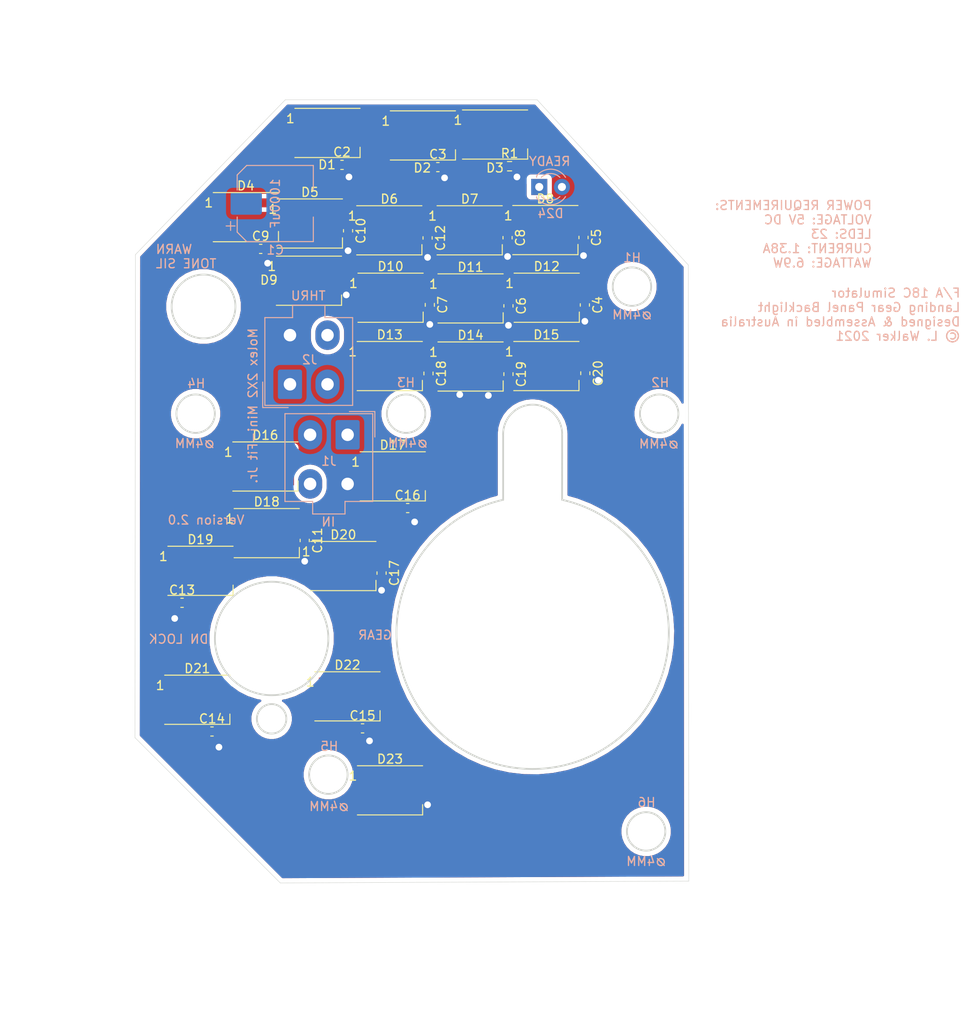
<source format=kicad_pcb>
(kicad_pcb (version 20171130) (host pcbnew "(5.1.6)-1")
  (layers (0 F.Cu signal) (31 B.Cu signal) (34 B.Paste user hide) (35 F.Paste user hide) (36 B.SilkS user) (37 F.SilkS user hide) (38 B.Mask user hide) (39 F.Mask user hide) (44 Edge.Cuts user))
  (net 0 "")
  (net 1 "Net-(D1-Pad2)")
  (net 2 "Net-(D2-Pad2)")
  (net 3 "Net-(D3-Pad2)")
  (net 4 "Net-(D4-Pad2)")
  (net 5 "Net-(D5-Pad2)")
  (net 6 "Net-(D6-Pad2)")
  (net 7 "Net-(D7-Pad2)")
  (net 8 "Net-(D8-Pad2)")
  (net 9 "Net-(D10-Pad4)")
  (net 10 "Net-(D10-Pad2)")
  (net 11 "Net-(D11-Pad2)")
  (net 12 "Net-(D12-Pad2)")
  (net 13 "Net-(D13-Pad2)")
  (net 14 "Net-(D14-Pad2)")
  (net 15 "Net-(D15-Pad2)")
  (net 16 "Net-(D16-Pad2)")
  (net 17 "Net-(D17-Pad2)")
  (net 18 "Net-(D18-Pad2)")
  (net 19 "Net-(D19-Pad2)")
  (net 20 "Net-(D20-Pad2)")
  (net 21 "Net-(D21-Pad2)")
  (net 22 "Net-(D22-Pad2)")
  (net 23 /LEDGND)
  (net 24 /LED+5V)
  (net 25 "Net-(D24-Pad1)")
  (net 26 /DATAIN)
  (net 27 /DATAOUT)
  (module Capacitor_SMD:C_0603_1608Metric (layer F.Cu) (at 114.3 69.7625 270)
    (fp_text reference C20 (at 0 -1.43 90) (layer F.SilkS))
    (fp_text value C)
    (pad 2 smd roundrect (at 0.7875 0 270) (size 0.875 0.95) (layers F.Cu F.Paste F.Mask) (net 23 /LEDGND))
    (pad 1 smd roundrect (at -0.7875 0 270) (size 0.875 0.95) (layers F.Cu F.Paste F.Mask) (net 24 /LED+5V))
  )
  (module Capacitor_SMD:C_0603_1608Metric (layer F.Cu) (at 105.7 69.8625 270)
    (fp_text reference C19 (at 0 -1.43 90) (layer F.SilkS))
    (fp_text value C)
    (pad 2 smd roundrect (at 0.7875 0 270) (size 0.875 0.95) (layers F.Cu F.Paste F.Mask) (net 23 /LEDGND))
    (pad 1 smd roundrect (at -0.7875 0 270) (size 0.875 0.95) (layers F.Cu F.Paste F.Mask) (net 24 /LED+5V))
  )
  (module Capacitor_SMD:C_0603_1608Metric (layer F.Cu) (at 96.75 69.7875 270)
    (fp_text reference C18 (at 0 -1.43 90) (layer F.SilkS))
    (fp_text value C)
    (pad 2 smd roundrect (at 0.7875 0 270) (size 0.875 0.95) (layers F.Cu F.Paste F.Mask) (net 23 /LEDGND))
    (pad 1 smd roundrect (at -0.7875 0 270) (size 0.875 0.95) (layers F.Cu F.Paste F.Mask) (net 24 /LED+5V))
  )
  (module Capacitor_SMD:C_0603_1608Metric (layer F.Cu) (at 96.9 62.1125 270)
    (fp_text reference C7 (at 0 -1.43 90) (layer F.SilkS))
    (fp_text value C)
    (pad 2 smd roundrect (at 0.7875 0 270) (size 0.875 0.95) (layers F.Cu F.Paste F.Mask) (net 23 /LEDGND))
    (pad 1 smd roundrect (at -0.7875 0 270) (size 0.875 0.95) (layers F.Cu F.Paste F.Mask) (net 24 /LED+5V))
  )
  (module Connector_Molex:Molex_Mini-Fit_Jr_5566-04A_2x02_P4.20mm_Vertical (layer B.Cu) (at 81.25 71)
    (fp_text reference J2 (at 2.2 -2.75) (layer B.SilkS) (effects (justify mirror)))
    (fp_text value Conn_01x04_Female)
    (pad 4 thru_hole oval (at 4.2 -5.5) (size 2.7 3.3) (drill 1.4) (layers *.Cu *.Mask) (net 26 /DATAIN))
    (pad 3 thru_hole oval (at 0 -5.5) (size 2.7 3.3) (drill 1.4) (layers *.Cu *.Mask) (net 23 /LEDGND))
    (pad 2 thru_hole oval (at 4.2 0) (size 2.7 3.3) (drill 1.4) (layers *.Cu *.Mask) (net 24 /LED+5V))
    (pad 1 thru_hole roundrect (at 0 0) (size 2.7 3.3) (drill 1.4) (layers *.Cu *.Mask) (roundrect_rratio 0.09259299999999999) (net 24 /LED+5V))
  )
  (module Connector_Molex:Molex_Mini-Fit_Jr_5566-04A_2x02_P4.20mm_Vertical (layer B.Cu) (at 87.7 76.65 180)
    (fp_text reference J1 (at 2.1 -2.95) (layer B.SilkS) (effects (justify mirror)))
    (fp_text value Conn_01x04_Female)
    (pad 4 thru_hole oval (at 4.2 -5.5 180) (size 2.7 3.3) (drill 1.4) (layers *.Cu *.Mask) (net 27 /DATAOUT))
    (pad 3 thru_hole oval (at 0 -5.5 180) (size 2.7 3.3) (drill 1.4) (layers *.Cu *.Mask) (net 23 /LEDGND))
    (pad 2 thru_hole oval (at 4.2 0 180) (size 2.7 3.3) (drill 1.4) (layers *.Cu *.Mask) (net 24 /LED+5V))
    (pad 1 thru_hole roundrect (at 0 0 180) (size 2.7 3.3) (drill 1.4) (layers *.Cu *.Mask) (roundrect_rratio 0.09259299999999999) (net 24 /LED+5V))
  )
  (module LED_SMD:LED_WS2812B_PLCC4_5.0x5.0mm_P3.2mm (layer F.Cu) (at 92.366 53.7716)
    (fp_text reference D6 (at 0 -3.5) (layer F.SilkS))
    (fp_text value WS2812B)
    (fp_text user 1 (at -4.15 -1.6) (layer F.SilkS))
    (pad 1 smd rect (at -2.45 -1.6) (size 1.5 1) (layers F.Cu F.Paste F.Mask) (net 24 /LED+5V))
    (pad 2 smd rect (at -2.45 1.6) (size 1.5 1) (layers F.Cu F.Paste F.Mask) (net 6 "Net-(D6-Pad2)"))
    (pad 4 smd rect (at 2.45 -1.6) (size 1.5 1) (layers F.Cu F.Paste F.Mask) (net 5 "Net-(D5-Pad2)"))
    (pad 3 smd rect (at 2.45 1.6) (size 1.5 1) (layers F.Cu F.Paste F.Mask) (net 23 /LEDGND))
  )
  (module Capacitor_SMD:C_0603_1608Metric (layer F.Cu) (at 82.9 88.475 270)
    (fp_text reference C11 (at 0 -1.43 90) (layer F.SilkS))
    (fp_text value C)
    (pad 2 smd roundrect (at 0.775 0 270) (size 0.9 0.95) (layers F.Cu F.Paste F.Mask) (net 23 /LEDGND))
    (pad 1 smd roundrect (at -0.775 0 270) (size 0.9 0.95) (layers F.Cu F.Paste F.Mask) (net 24 /LED+5V))
  )
  (module Resistor_SMD:R_0603_1608Metric (layer F.Cu) (at 105.825 46.6)
    (fp_text reference R1 (at 0 -1.43) (layer F.SilkS))
    (fp_text value R)
    (pad 2 smd roundrect (at 0.825 0) (size 0.8 0.95) (layers F.Cu F.Paste F.Mask) (net 23 /LEDGND))
    (pad 1 smd roundrect (at -0.825 0) (size 0.8 0.95) (layers F.Cu F.Paste F.Mask) (net 25 "Net-(D24-Pad1)"))
  )
  (module Capacitor_SMD:C_0603_1608Metric (layer F.Cu) (at 91.5 92.125 270)
    (fp_text reference C17 (at 0 -1.43 90) (layer F.SilkS))
    (fp_text value C)
    (pad 2 smd roundrect (at 0.775 0 270) (size 0.9 0.95) (layers F.Cu F.Paste F.Mask) (net 23 /LEDGND))
    (pad 1 smd roundrect (at -0.775 0 270) (size 0.9 0.95) (layers F.Cu F.Paste F.Mask) (net 24 /LED+5V))
  )
  (module Capacitor_SMD:C_0603_1608Metric (layer F.Cu) (at 94.425 84.85)
    (fp_text reference C16 (at 0 -1.43) (layer F.SilkS))
    (fp_text value C)
    (pad 2 smd roundrect (at 0.775 0) (size 0.9 0.95) (layers F.Cu F.Paste F.Mask) (net 23 /LEDGND))
    (pad 1 smd roundrect (at -0.775 0) (size 0.9 0.95) (layers F.Cu F.Paste F.Mask) (net 24 /LED+5V))
  )
  (module Capacitor_SMD:C_0603_1608Metric (layer F.Cu) (at 89.375 109.5)
    (fp_text reference C15 (at 0 -1.43) (layer F.SilkS))
    (fp_text value C)
    (pad 2 smd roundrect (at 0.775 0) (size 0.9 0.95) (layers F.Cu F.Paste F.Mask) (net 23 /LEDGND))
    (pad 1 smd roundrect (at -0.775 0) (size 0.9 0.95) (layers F.Cu F.Paste F.Mask) (net 24 /LED+5V))
  )
  (module Capacitor_SMD:C_0603_1608Metric (layer F.Cu) (at 72.525 109.85)
    (fp_text reference C14 (at 0 -1.43) (layer F.SilkS))
    (fp_text value C)
    (pad 2 smd roundrect (at 0.775 0) (size 0.9 0.95) (layers F.Cu F.Paste F.Mask) (net 23 /LEDGND))
    (pad 1 smd roundrect (at -0.775 0) (size 0.9 0.95) (layers F.Cu F.Paste F.Mask) (net 24 /LED+5V))
  )
  (module Capacitor_SMD:C_0603_1608Metric (layer F.Cu) (at 69.175 95.45)
    (fp_text reference C13 (at 0 -1.43) (layer F.SilkS))
    (fp_text value C)
    (pad 2 smd roundrect (at 0.775 0) (size 0.9 0.95) (layers F.Cu F.Paste F.Mask) (net 23 /LEDGND))
    (pad 1 smd roundrect (at -0.775 0) (size 0.9 0.95) (layers F.Cu F.Paste F.Mask) (net 24 /LED+5V))
  )
  (module Capacitor_SMD:C_0603_1608Metric (layer F.Cu) (at 96.65 54.625 270)
    (fp_text reference C12 (at 0 -1.43 90) (layer F.SilkS))
    (fp_text value C)
    (pad 2 smd roundrect (at 0.775 0 270) (size 0.9 0.95) (layers F.Cu F.Paste F.Mask) (net 23 /LEDGND))
    (pad 1 smd roundrect (at -0.775 0 270) (size 0.9 0.95) (layers F.Cu F.Paste F.Mask) (net 24 /LED+5V))
  )
  (module Capacitor_SMD:C_0603_1608Metric (layer F.Cu) (at 87.75 53.825 270)
    (fp_text reference C10 (at 0 -1.43 90) (layer F.SilkS))
    (fp_text value C)
    (pad 2 smd roundrect (at 0.775 0 270) (size 0.9 0.95) (layers F.Cu F.Paste F.Mask) (net 23 /LEDGND))
    (pad 1 smd roundrect (at -0.775 0 270) (size 0.9 0.95) (layers F.Cu F.Paste F.Mask) (net 24 /LED+5V))
  )
  (module Capacitor_SMD:C_0603_1608Metric (layer F.Cu) (at 77.975 55.85)
    (fp_text reference C9 (at 0 -1.43) (layer F.SilkS))
    (fp_text value C)
    (pad 2 smd roundrect (at 0.775 0) (size 0.9 0.95) (layers F.Cu F.Paste F.Mask) (net 23 /LEDGND))
    (pad 1 smd roundrect (at -0.775 0) (size 0.9 0.95) (layers F.Cu F.Paste F.Mask) (net 24 /LED+5V))
  )
  (module Capacitor_SMD:C_0603_1608Metric (layer F.Cu) (at 105.6 54.6 270)
    (fp_text reference C8 (at 0 -1.43 90) (layer F.SilkS))
    (fp_text value C)
    (pad 2 smd roundrect (at 0.775 0 270) (size 0.9 0.95) (layers F.Cu F.Paste F.Mask) (net 23 /LEDGND))
    (pad 1 smd roundrect (at -0.775 0 270) (size 0.9 0.95) (layers F.Cu F.Paste F.Mask) (net 24 /LED+5V))
  )
  (module Capacitor_SMD:C_0603_1608Metric (layer F.Cu) (at 105.7 62.225 270)
    (fp_text reference C6 (at 0 -1.43 90) (layer F.SilkS))
    (fp_text value C)
    (pad 2 smd roundrect (at 0.775 0 270) (size 0.9 0.95) (layers F.Cu F.Paste F.Mask) (net 23 /LEDGND))
    (pad 1 smd roundrect (at -0.775 0 270) (size 0.9 0.95) (layers F.Cu F.Paste F.Mask) (net 24 /LED+5V))
  )
  (module Capacitor_SMD:C_0603_1608Metric (layer F.Cu) (at 114.1 54.575 270)
    (fp_text reference C5 (at 0 -1.43 90) (layer F.SilkS))
    (fp_text value C)
    (pad 2 smd roundrect (at 0.775 0 270) (size 0.9 0.95) (layers F.Cu F.Paste F.Mask) (net 23 /LEDGND))
    (pad 1 smd roundrect (at -0.775 0 270) (size 0.9 0.95) (layers F.Cu F.Paste F.Mask) (net 24 /LED+5V))
  )
  (module Capacitor_SMD:C_0603_1608Metric (layer F.Cu) (at 114.25 62.125 270)
    (fp_text reference C4 (at 0 -1.43 90) (layer F.SilkS))
    (fp_text value C)
    (pad 2 smd roundrect (at 0.775 0 270) (size 0.9 0.95) (layers F.Cu F.Paste F.Mask) (net 23 /LEDGND))
    (pad 1 smd roundrect (at -0.775 0 270) (size 0.9 0.95) (layers F.Cu F.Paste F.Mask) (net 24 /LED+5V))
  )
  (module Capacitor_SMD:C_0603_1608Metric (layer F.Cu) (at 97.8 46.7)
    (fp_text reference C3 (at 0 -1.43) (layer F.SilkS))
    (fp_text value C)
    (pad 2 smd roundrect (at 0.775 0) (size 0.9 0.95) (layers F.Cu F.Paste F.Mask) (net 23 /LEDGND))
    (pad 1 smd roundrect (at -0.775 0) (size 0.9 0.95) (layers F.Cu F.Paste F.Mask) (net 24 /LED+5V))
  )
  (module Capacitor_SMD:C_0603_1608Metric (layer F.Cu) (at 87.075 46.45)
    (fp_text reference C2 (at 0 -1.43) (layer F.SilkS))
    (fp_text value C)
    (pad 2 smd roundrect (at 0.775 0) (size 0.9 0.95) (layers F.Cu F.Paste F.Mask) (net 23 /LEDGND))
    (pad 1 smd roundrect (at -0.775 0) (size 0.9 0.95) (layers F.Cu F.Paste F.Mask) (net 24 /LED+5V))
  )
  (module LED_THT:LED_D3.0mm (layer B.Cu) (at 109.144 48.9204)
    (fp_text reference D24 (at 1.27 2.96) (layer B.SilkS) (effects (justify mirror)))
    (fp_text value LED)
    (pad 2 thru_hole circle (at 2.54 0) (size 1.8 1.8) (drill 0.9) (layers *.Cu *.Mask) (net 24 /LED+5V))
    (pad 1 thru_hole rect (at 0 0) (size 1.8 1.8) (drill 0.9) (layers *.Cu *.Mask) (net 25 "Net-(D24-Pad1)"))
  )
  (module LED_SMD:LED_WS2812B_PLCC4_5.0x5.0mm_P3.2mm (layer F.Cu) (at 78.5 80.2)
    (fp_text reference D16 (at 0 -3.5) (layer F.SilkS))
    (fp_text value WS2812B)
    (fp_text user 1 (at -4.15 -1.6) (layer F.SilkS))
    (pad 1 smd rect (at -2.45 -1.6) (size 1.5 1) (layers F.Cu F.Paste F.Mask) (net 24 /LED+5V))
    (pad 2 smd rect (at -2.45 1.6) (size 1.5 1) (layers F.Cu F.Paste F.Mask) (net 16 "Net-(D16-Pad2)"))
    (pad 4 smd rect (at 2.45 -1.6) (size 1.5 1) (layers F.Cu F.Paste F.Mask) (net 15 "Net-(D15-Pad2)"))
    (pad 3 smd rect (at 2.45 1.6) (size 1.5 1) (layers F.Cu F.Paste F.Mask) (net 23 /LEDGND))
  )
  (module LED_SMD:LED_WS2812B_PLCC4_5.0x5.0mm_P3.2mm (layer F.Cu) (at 92.4444 116.434)
    (fp_text reference D23 (at 0 -3.5) (layer F.SilkS))
    (fp_text value WS2812B)
    (fp_text user 1 (at -4.15 -1.6) (layer F.SilkS))
    (pad 1 smd rect (at -2.45 -1.6) (size 1.5 1) (layers F.Cu F.Paste F.Mask) (net 24 /LED+5V))
    (pad 2 smd rect (at -2.45 1.6) (size 1.5 1) (layers F.Cu F.Paste F.Mask) (net 27 /DATAOUT))
    (pad 4 smd rect (at 2.45 -1.6) (size 1.5 1) (layers F.Cu F.Paste F.Mask) (net 22 "Net-(D22-Pad2)"))
    (pad 3 smd rect (at 2.45 1.6) (size 1.5 1) (layers F.Cu F.Paste F.Mask) (net 23 /LEDGND))
  )
  (module LED_SMD:LED_WS2812B_PLCC4_5.0x5.0mm_P3.2mm (layer F.Cu) (at 87.6808 105.918)
    (fp_text reference D22 (at 0 -3.5) (layer F.SilkS))
    (fp_text value WS2812B)
    (fp_text user 1 (at -4.15 -1.6) (layer F.SilkS))
    (pad 1 smd rect (at -2.45 -1.6) (size 1.5 1) (layers F.Cu F.Paste F.Mask) (net 24 /LED+5V))
    (pad 2 smd rect (at -2.45 1.6) (size 1.5 1) (layers F.Cu F.Paste F.Mask) (net 22 "Net-(D22-Pad2)"))
    (pad 4 smd rect (at 2.45 -1.6) (size 1.5 1) (layers F.Cu F.Paste F.Mask) (net 21 "Net-(D21-Pad2)"))
    (pad 3 smd rect (at 2.45 1.6) (size 1.5 1) (layers F.Cu F.Paste F.Mask) (net 23 /LEDGND))
  )
  (module LED_SMD:LED_WS2812B_PLCC4_5.0x5.0mm_P3.2mm (layer F.Cu) (at 70.8776 106.299)
    (fp_text reference D21 (at 0 -3.5) (layer F.SilkS))
    (fp_text value WS2812B)
    (fp_text user 1 (at -4.15 -1.6) (layer F.SilkS))
    (pad 1 smd rect (at -2.45 -1.6) (size 1.5 1) (layers F.Cu F.Paste F.Mask) (net 24 /LED+5V))
    (pad 2 smd rect (at -2.45 1.6) (size 1.5 1) (layers F.Cu F.Paste F.Mask) (net 21 "Net-(D21-Pad2)"))
    (pad 4 smd rect (at 2.45 -1.6) (size 1.5 1) (layers F.Cu F.Paste F.Mask) (net 20 "Net-(D20-Pad2)"))
    (pad 3 smd rect (at 2.45 1.6) (size 1.5 1) (layers F.Cu F.Paste F.Mask) (net 23 /LEDGND))
  )
  (module LED_SMD:LED_WS2812B_PLCC4_5.0x5.0mm_P3.2mm (layer F.Cu) (at 87.2236 91.3384)
    (fp_text reference D20 (at 0 -3.5) (layer F.SilkS))
    (fp_text value WS2812B)
    (fp_text user 1 (at -4.15 -1.6) (layer F.SilkS))
    (pad 1 smd rect (at -2.45 -1.6) (size 1.5 1) (layers F.Cu F.Paste F.Mask) (net 24 /LED+5V))
    (pad 2 smd rect (at -2.45 1.6) (size 1.5 1) (layers F.Cu F.Paste F.Mask) (net 20 "Net-(D20-Pad2)"))
    (pad 4 smd rect (at 2.45 -1.6) (size 1.5 1) (layers F.Cu F.Paste F.Mask) (net 19 "Net-(D19-Pad2)"))
    (pad 3 smd rect (at 2.45 1.6) (size 1.5 1) (layers F.Cu F.Paste F.Mask) (net 23 /LEDGND))
  )
  (module LED_SMD:LED_WS2812B_PLCC4_5.0x5.0mm_P3.2mm (layer F.Cu) (at 71.2332 91.8716)
    (fp_text reference D19 (at 0 -3.5) (layer F.SilkS))
    (fp_text value WS2812B)
    (fp_text user 1 (at -4.15 -1.6) (layer F.SilkS))
    (pad 1 smd rect (at -2.45 -1.6) (size 1.5 1) (layers F.Cu F.Paste F.Mask) (net 24 /LED+5V))
    (pad 2 smd rect (at -2.45 1.6) (size 1.5 1) (layers F.Cu F.Paste F.Mask) (net 19 "Net-(D19-Pad2)"))
    (pad 4 smd rect (at 2.45 -1.6) (size 1.5 1) (layers F.Cu F.Paste F.Mask) (net 18 "Net-(D18-Pad2)"))
    (pad 3 smd rect (at 2.45 1.6) (size 1.5 1) (layers F.Cu F.Paste F.Mask) (net 23 /LEDGND))
  )
  (module LED_SMD:LED_WS2812B_PLCC4_5.0x5.0mm_P3.2mm (layer F.Cu) (at 78.65 87.6552)
    (fp_text reference D18 (at 0 -3.5) (layer F.SilkS))
    (fp_text value WS2812B)
    (fp_text user 1 (at -4.15 -1.6) (layer F.SilkS))
    (pad 1 smd rect (at -2.45 -1.6) (size 1.5 1) (layers F.Cu F.Paste F.Mask) (net 24 /LED+5V))
    (pad 2 smd rect (at -2.45 1.6) (size 1.5 1) (layers F.Cu F.Paste F.Mask) (net 18 "Net-(D18-Pad2)"))
    (pad 4 smd rect (at 2.45 -1.6) (size 1.5 1) (layers F.Cu F.Paste F.Mask) (net 17 "Net-(D17-Pad2)"))
    (pad 3 smd rect (at 2.45 1.6) (size 1.5 1) (layers F.Cu F.Paste F.Mask) (net 23 /LEDGND))
  )
  (module LED_SMD:LED_WS2812B_PLCC4_5.0x5.0mm_P3.2mm (layer F.Cu) (at 92.75 81.3)
    (fp_text reference D17 (at 0 -3.5) (layer F.SilkS))
    (fp_text value WS2812B)
    (fp_text user 1 (at -4.15 -1.6) (layer F.SilkS))
    (pad 1 smd rect (at -2.45 -1.6) (size 1.5 1) (layers F.Cu F.Paste F.Mask) (net 24 /LED+5V))
    (pad 2 smd rect (at -2.45 1.6) (size 1.5 1) (layers F.Cu F.Paste F.Mask) (net 17 "Net-(D17-Pad2)"))
    (pad 4 smd rect (at 2.45 -1.6) (size 1.5 1) (layers F.Cu F.Paste F.Mask) (net 16 "Net-(D16-Pad2)"))
    (pad 3 smd rect (at 2.45 1.6) (size 1.5 1) (layers F.Cu F.Paste F.Mask) (net 23 /LEDGND))
  )
  (module LED_SMD:LED_WS2812B_PLCC4_5.0x5.0mm_P3.2mm (layer F.Cu) (at 109.943 68.9608)
    (fp_text reference D15 (at 0 -3.5) (layer F.SilkS))
    (fp_text value WS2812B)
    (fp_text user 1 (at -4.15 -1.6) (layer F.SilkS))
    (pad 1 smd rect (at -2.45 -1.6) (size 1.5 1) (layers F.Cu F.Paste F.Mask) (net 24 /LED+5V))
    (pad 2 smd rect (at -2.45 1.6) (size 1.5 1) (layers F.Cu F.Paste F.Mask) (net 15 "Net-(D15-Pad2)"))
    (pad 4 smd rect (at 2.45 -1.6) (size 1.5 1) (layers F.Cu F.Paste F.Mask) (net 14 "Net-(D14-Pad2)"))
    (pad 3 smd rect (at 2.45 1.6) (size 1.5 1) (layers F.Cu F.Paste F.Mask) (net 23 /LEDGND))
  )
  (module LED_SMD:LED_WS2812B_PLCC4_5.0x5.0mm_P3.2mm (layer F.Cu) (at 101.459 69.0116)
    (fp_text reference D14 (at 0 -3.5) (layer F.SilkS))
    (fp_text value WS2812B)
    (fp_text user 1 (at -4.15 -1.6) (layer F.SilkS))
    (pad 1 smd rect (at -2.45 -1.6) (size 1.5 1) (layers F.Cu F.Paste F.Mask) (net 24 /LED+5V))
    (pad 2 smd rect (at -2.45 1.6) (size 1.5 1) (layers F.Cu F.Paste F.Mask) (net 14 "Net-(D14-Pad2)"))
    (pad 4 smd rect (at 2.45 -1.6) (size 1.5 1) (layers F.Cu F.Paste F.Mask) (net 13 "Net-(D13-Pad2)"))
    (pad 3 smd rect (at 2.45 1.6) (size 1.5 1) (layers F.Cu F.Paste F.Mask) (net 23 /LEDGND))
  )
  (module LED_SMD:LED_WS2812B_PLCC4_5.0x5.0mm_P3.2mm (layer F.Cu) (at 92.4168 68.9608)
    (fp_text reference D13 (at 0 -3.5) (layer F.SilkS))
    (fp_text value WS2812B)
    (fp_text user 1 (at -4.15 -1.6) (layer F.SilkS))
    (pad 1 smd rect (at -2.45 -1.6) (size 1.5 1) (layers F.Cu F.Paste F.Mask) (net 24 /LED+5V))
    (pad 2 smd rect (at -2.45 1.6) (size 1.5 1) (layers F.Cu F.Paste F.Mask) (net 13 "Net-(D13-Pad2)"))
    (pad 4 smd rect (at 2.45 -1.6) (size 1.5 1) (layers F.Cu F.Paste F.Mask) (net 12 "Net-(D12-Pad2)"))
    (pad 3 smd rect (at 2.45 1.6) (size 1.5 1) (layers F.Cu F.Paste F.Mask) (net 23 /LEDGND))
  )
  (module LED_SMD:LED_WS2812B_PLCC4_5.0x5.0mm_P3.2mm (layer F.Cu) (at 109.982 61.3156)
    (fp_text reference D12 (at 0 -3.5) (layer F.SilkS))
    (fp_text value WS2812B)
    (fp_text user 1 (at -4.15 -1.6) (layer F.SilkS))
    (pad 1 smd rect (at -2.45 -1.6) (size 1.5 1) (layers F.Cu F.Paste F.Mask) (net 24 /LED+5V))
    (pad 2 smd rect (at -2.45 1.6) (size 1.5 1) (layers F.Cu F.Paste F.Mask) (net 12 "Net-(D12-Pad2)"))
    (pad 4 smd rect (at 2.45 -1.6) (size 1.5 1) (layers F.Cu F.Paste F.Mask) (net 11 "Net-(D11-Pad2)"))
    (pad 3 smd rect (at 2.45 1.6) (size 1.5 1) (layers F.Cu F.Paste F.Mask) (net 23 /LEDGND))
  )
  (module LED_SMD:LED_WS2812B_PLCC4_5.0x5.0mm_P3.2mm (layer F.Cu) (at 101.459 61.3916)
    (fp_text reference D11 (at 0 -3.5) (layer F.SilkS))
    (fp_text value WS2812B)
    (fp_text user 1 (at -4.15 -1.6) (layer F.SilkS))
    (pad 1 smd rect (at -2.45 -1.6) (size 1.5 1) (layers F.Cu F.Paste F.Mask) (net 24 /LED+5V))
    (pad 2 smd rect (at -2.45 1.6) (size 1.5 1) (layers F.Cu F.Paste F.Mask) (net 11 "Net-(D11-Pad2)"))
    (pad 4 smd rect (at 2.45 -1.6) (size 1.5 1) (layers F.Cu F.Paste F.Mask) (net 10 "Net-(D10-Pad2)"))
    (pad 3 smd rect (at 2.45 1.6) (size 1.5 1) (layers F.Cu F.Paste F.Mask) (net 23 /LEDGND))
  )
  (module LED_SMD:LED_WS2812B_PLCC4_5.0x5.0mm_P3.2mm (layer F.Cu) (at 92.5068 61.3156)
    (fp_text reference D10 (at 0 -3.5) (layer F.SilkS))
    (fp_text value WS2812B)
    (fp_text user 1 (at -4.15 -1.6) (layer F.SilkS))
    (pad 1 smd rect (at -2.45 -1.6) (size 1.5 1) (layers F.Cu F.Paste F.Mask) (net 24 /LED+5V))
    (pad 2 smd rect (at -2.45 1.6) (size 1.5 1) (layers F.Cu F.Paste F.Mask) (net 10 "Net-(D10-Pad2)"))
    (pad 4 smd rect (at 2.45 -1.6) (size 1.5 1) (layers F.Cu F.Paste F.Mask) (net 9 "Net-(D10-Pad4)"))
    (pad 3 smd rect (at 2.45 1.6) (size 1.5 1) (layers F.Cu F.Paste F.Mask) (net 23 /LEDGND))
  )
  (module LED_SMD:LED_WS2812B_PLCC4_5.0x5.0mm_P3.2mm (layer F.Cu) (at 83.3744 59.4104)
    (fp_text reference D9 (at -4.482 -0.076) (layer F.SilkS))
    (fp_text value WS2812B)
    (fp_text user 1 (at -4.15 -1.6) (layer F.SilkS))
    (pad 1 smd rect (at -2.45 -1.6) (size 1.5 1) (layers F.Cu F.Paste F.Mask) (net 24 /LED+5V))
    (pad 2 smd rect (at -2.45 1.6) (size 1.5 1) (layers F.Cu F.Paste F.Mask) (net 9 "Net-(D10-Pad4)"))
    (pad 4 smd rect (at 2.45 -1.6) (size 1.5 1) (layers F.Cu F.Paste F.Mask) (net 8 "Net-(D8-Pad2)"))
    (pad 3 smd rect (at 2.45 1.6) (size 1.5 1) (layers F.Cu F.Paste F.Mask) (net 23 /LEDGND))
  )
  (module LED_SMD:LED_WS2812B_PLCC4_5.0x5.0mm_P3.2mm (layer F.Cu) (at 109.83 53.7464)
    (fp_text reference D8 (at 0 -3.5) (layer F.SilkS))
    (fp_text value WS2812B)
    (fp_text user 1 (at -4.15 -1.6) (layer F.SilkS))
    (pad 1 smd rect (at -2.45 -1.6) (size 1.5 1) (layers F.Cu F.Paste F.Mask) (net 24 /LED+5V))
    (pad 2 smd rect (at -2.45 1.6) (size 1.5 1) (layers F.Cu F.Paste F.Mask) (net 8 "Net-(D8-Pad2)"))
    (pad 4 smd rect (at 2.45 -1.6) (size 1.5 1) (layers F.Cu F.Paste F.Mask) (net 7 "Net-(D7-Pad2)"))
    (pad 3 smd rect (at 2.45 1.6) (size 1.5 1) (layers F.Cu F.Paste F.Mask) (net 23 /LEDGND))
  )
  (module LED_SMD:LED_WS2812B_PLCC4_5.0x5.0mm_P3.2mm (layer F.Cu) (at 101.358 53.7716)
    (fp_text reference D7 (at 0 -3.5) (layer F.SilkS))
    (fp_text value WS2812B)
    (fp_text user 1 (at -4.15 -1.6) (layer F.SilkS))
    (pad 1 smd rect (at -2.45 -1.6) (size 1.5 1) (layers F.Cu F.Paste F.Mask) (net 24 /LED+5V))
    (pad 2 smd rect (at -2.45 1.6) (size 1.5 1) (layers F.Cu F.Paste F.Mask) (net 7 "Net-(D7-Pad2)"))
    (pad 4 smd rect (at 2.45 -1.6) (size 1.5 1) (layers F.Cu F.Paste F.Mask) (net 6 "Net-(D6-Pad2)"))
    (pad 3 smd rect (at 2.45 1.6) (size 1.5 1) (layers F.Cu F.Paste F.Mask) (net 23 /LEDGND))
  )
  (module LED_SMD:LED_WS2812B_PLCC4_5.0x5.0mm_P3.2mm (layer F.Cu) (at 83.476 53.0096)
    (fp_text reference D5 (at 0 -3.5) (layer F.SilkS))
    (fp_text value WS2812B)
    (fp_text user 1 (at -4.15 -1.6) (layer F.SilkS))
    (pad 1 smd rect (at -2.45 -1.6) (size 1.5 1) (layers F.Cu F.Paste F.Mask) (net 24 /LED+5V))
    (pad 2 smd rect (at -2.45 1.6) (size 1.5 1) (layers F.Cu F.Paste F.Mask) (net 5 "Net-(D5-Pad2)"))
    (pad 4 smd rect (at 2.45 -1.6) (size 1.5 1) (layers F.Cu F.Paste F.Mask) (net 4 "Net-(D4-Pad2)"))
    (pad 3 smd rect (at 2.45 1.6) (size 1.5 1) (layers F.Cu F.Paste F.Mask) (net 23 /LEDGND))
  )
  (module LED_SMD:LED_WS2812B_PLCC4_5.0x5.0mm_P3.2mm (layer F.Cu) (at 76.3132 52.2984)
    (fp_text reference D4 (at 0 -3.5) (layer F.SilkS))
    (fp_text value WS2812B)
    (fp_text user 1 (at -4.15 -1.6) (layer F.SilkS))
    (pad 1 smd rect (at -2.45 -1.6) (size 1.5 1) (layers F.Cu F.Paste F.Mask) (net 24 /LED+5V))
    (pad 2 smd rect (at -2.45 1.6) (size 1.5 1) (layers F.Cu F.Paste F.Mask) (net 4 "Net-(D4-Pad2)"))
    (pad 4 smd rect (at 2.45 -1.6) (size 1.5 1) (layers F.Cu F.Paste F.Mask) (net 3 "Net-(D3-Pad2)"))
    (pad 3 smd rect (at 2.45 1.6) (size 1.5 1) (layers F.Cu F.Paste F.Mask) (net 23 /LEDGND))
  )
  (module LED_SMD:LED_WS2812B_PLCC4_5.0x5.0mm_P3.2mm (layer F.Cu) (at 104.202 43.0528)
    (fp_text reference D3 (at -0.0116 3.734) (layer F.SilkS))
    (fp_text value WS2812B)
    (fp_text user 1 (at -4.15 -1.6) (layer F.SilkS))
    (pad 1 smd rect (at -2.45 -1.6) (size 1.5 1) (layers F.Cu F.Paste F.Mask) (net 24 /LED+5V))
    (pad 2 smd rect (at -2.45 1.6) (size 1.5 1) (layers F.Cu F.Paste F.Mask) (net 3 "Net-(D3-Pad2)"))
    (pad 4 smd rect (at 2.45 -1.6) (size 1.5 1) (layers F.Cu F.Paste F.Mask) (net 2 "Net-(D2-Pad2)"))
    (pad 3 smd rect (at 2.45 1.6) (size 1.5 1) (layers F.Cu F.Paste F.Mask) (net 23 /LEDGND))
  )
  (module LED_SMD:LED_WS2812B_PLCC4_5.0x5.0mm_P3.2mm (layer F.Cu) (at 96.1252 43.1544)
    (fp_text reference D2 (at -0.0624 3.6324) (layer F.SilkS))
    (fp_text value WS2812B)
    (fp_text user 1 (at -4.15 -1.6) (layer F.SilkS))
    (pad 1 smd rect (at -2.45 -1.6) (size 1.5 1) (layers F.Cu F.Paste F.Mask) (net 24 /LED+5V))
    (pad 2 smd rect (at -2.45 1.6) (size 1.5 1) (layers F.Cu F.Paste F.Mask) (net 2 "Net-(D2-Pad2)"))
    (pad 4 smd rect (at 2.45 -1.6) (size 1.5 1) (layers F.Cu F.Paste F.Mask) (net 1 "Net-(D1-Pad2)"))
    (pad 3 smd rect (at 2.45 1.6) (size 1.5 1) (layers F.Cu F.Paste F.Mask) (net 23 /LEDGND))
  )
  (module LED_SMD:LED_WS2812B_PLCC4_5.0x5.0mm_P3.2mm (layer F.Cu) (at 85.4456 42.8752)
    (fp_text reference D1 (at -0.0508 3.556) (layer F.SilkS))
    (fp_text value WS2812B)
    (fp_text user 1 (at -4.15 -1.6) (layer F.SilkS))
    (pad 1 smd rect (at -2.45 -1.6) (size 1.5 1) (layers F.Cu F.Paste F.Mask) (net 24 /LED+5V))
    (pad 2 smd rect (at -2.45 1.6) (size 1.5 1) (layers F.Cu F.Paste F.Mask) (net 1 "Net-(D1-Pad2)"))
    (pad 4 smd rect (at 2.45 -1.6) (size 1.5 1) (layers F.Cu F.Paste F.Mask) (net 26 /DATAIN))
    (pad 3 smd rect (at 2.45 1.6) (size 1.5 1) (layers F.Cu F.Paste F.Mask) (net 23 /LEDGND))
  )
  (module Capacitor_SMD:CP_Elec_8x10 (layer B.Cu) (at 79.6036 50.7746)
    (fp_text reference C1 (at 0 5.2) (layer B.SilkS) (effects (justify mirror)))
    (fp_text value C_Polarized)
    (pad 2 smd roundrect (at 3.25 0) (size 3.5 2.5) (layers B.Cu B.Paste B.Mask) (roundrect_rratio 0.1) (net 23 /LEDGND))
    (pad 1 smd roundrect (at -3.25 0) (size 3.5 2.5) (layers B.Cu B.Paste B.Mask) (roundrect_rratio 0.1) (net 24 /LED+5V))
  )
  (gr_text READY (at 110.3122 46.0502) (layer B.SilkS) (effects (font (size 1 1)) (justify mirror)))
  (gr_text "POWER REQUIREMENTS:\nVOLTAGE: 5V DC\nLEDS: 23\nCURRENT: 1.38A\nWATTAGE: 6.9W" (at 146.45 54.2) (layer B.SilkS) (effects (font (size 1 1)) (justify left mirror)))
  (gr_text 1000uF (at 79.6036 50.7746 90) (layer B.SilkS) (effects (font (size 1 1)) (justify mirror)))
  (gr_text ⌀4MM (at 94.4626 77.5716) (layer B.SilkS) (effects (font (size 1 1)) (justify mirror)))
  (gr_text ⌀4MM (at 119.5578 63.2206) (layer B.SilkS) (effects (font (size 1 1)) (justify mirror)))
  (gr_text ⌀4MM (at 122.555 77.6732) (layer B.SilkS) (effects (font (size 1 1)) (justify mirror)))
  (gr_text ⌀4MM (at 121.1326 124.3838) (layer B.SilkS) (effects (font (size 1 1)) (justify mirror)))
  (gr_text ⌀4MM (at 85.6488 118.237) (layer B.SilkS) (effects (font (size 1 1)) (justify mirror)))
  (gr_text ⌀4MM (at 70.612 77.6224) (layer B.SilkS) (effects (font (size 1 1)) (justify mirror)))
  (gr_text H6 (at 121.158 117.7798) (layer B.SilkS) (effects (font (size 1 1)) (justify mirror)))
  (gr_text H5 (at 85.6488 111.506) (layer B.SilkS) (effects (font (size 1 1)) (justify mirror)))
  (gr_text H4 (at 70.7644 70.9168) (layer B.SilkS) (effects (font (size 1 1)) (justify mirror)))
  (gr_text H3 (at 94.234 70.8152) (layer B.SilkS) (effects (font (size 1 1)) (justify mirror)))
  (gr_text H2 (at 122.682 70.8152) (layer B.SilkS) (effects (font (size 1 1)) (justify mirror)))
  (gr_text H1 (at 119.5324 56.8452) (layer B.SilkS) (effects (font (size 1 1)) (justify mirror)))
  (gr_text "WARN\nTONE SIL" (at 66.15 56.7) (layer B.SilkS) (effects (font (size 1 1)) (justify right mirror)))
  (gr_text GEAR (at 90.7796 99.06) (layer B.SilkS) (effects (font (size 1 1)) (justify mirror)))
  (gr_text "DN LOCK" (at 68.7832 99.5172) (layer B.SilkS) (effects (font (size 1 1)) (justify mirror)))
  (gr_text THRU (at 83.3 61.1) (layer B.SilkS) (effects (font (size 1 1)) (justify mirror)))
  (gr_text IN (at 85.55 86.4) (layer B.SilkS) (effects (font (size 1 1)) (justify mirror)))
  (gr_text "Molex 2X2 Mini-Fit Jr." (at 77.1 73.4 90) (layer B.SilkS) (effects (font (size 1 1)) (justify mirror)))
  (gr_text "Version 2.0" (at 71.8566 86.1822) (layer B.SilkS) (effects (font (size 1 1)) (justify mirror)))
  (gr_text "F/A 18C Simulator \nLanding Gear Panel Backlight\nDesigned & Assembled in Australia\n© L. Walker 2021" (at 156.35 63.2) (layer B.SilkS) (effects (font (size 1 1)) (justify left mirror)))
  (gr_line (start 125.8316 57.658) (end 108.9152 39.1668) (layer Edge.Cuts) (width 0.05))
  (gr_line (start 125.8316 126.5936) (end 125.8824 126.5936) (layer Edge.Cuts) (width 0.05))
  (gr_line (start 80.1624 126.7968) (end 125.8316 126.5936) (layer Edge.Cuts) (width 0.05))
  (gr_line (start 63.9064 110.5408) (end 80.1624 126.7968) (layer Edge.Cuts) (width 0.05))
  (gr_line (start 63.9572 56.4896) (end 63.9064 110.5408) (layer Edge.Cuts) (width 0.05))
  (gr_line (start 80.7212 39.1668) (end 63.9572 56.4896) (layer Edge.Cuts) (width 0.05))
  (gr_line (start 108.9152 39.1668) (end 80.7212 39.1668) (layer Edge.Cuts) (width 0.05))
  (gr_line (start 125.8824 126.5936) (end 125.8316 57.658) (layer Edge.Cuts) (width 0.05))
  (gr_circle (center 85.5472 114.681) (end 87.699849 114.681) (layer Edge.Cuts) (width 0.2))
  (gr_line (start 111.702278 83.926482) (end 111.7092 76.581) (layer Edge.Cuts) (width 0.2))
  (gr_circle (center 79.1972 108.4326) (end 80.848199 108.4326) (layer Edge.Cuts) (width 0.2))
  (gr_circle (center 122.5677 74.289123) (end 124.72035 74.289123) (layer Edge.Cuts) (width 0.2))
  (gr_circle (center 79.1972 99.441) (end 85.547199 99.441) (layer Edge.Cuts) (width 0.2))
  (gr_circle (center 70.6907 74.289123) (end 72.84335 74.289123) (layer Edge.Cuts) (width 0.2))
  (gr_line (start 105.1052 76.581) (end 105.1052 83.928017) (layer Edge.Cuts) (width 0.2))
  (gr_circle (center 71.5772 62.2935) (end 75.148439 62.2935) (layer Edge.Cuts) (width 0.2))
  (gr_circle (center 94.2467 74.289123) (end 96.399349 74.289123) (layer Edge.Cuts) (width 0.2))
  (gr_circle (center 121.1072 121.031) (end 123.25985 121.031) (layer Edge.Cuts) (width 0.2))
  (gr_circle (center 119.5197 60.071) (end 121.67235 60.071) (layer Edge.Cuts) (width 0.2))
  (gr_arc (start 108.4072 76.581) (end 111.709199 76.581) (angle -180) (layer Edge.Cuts) (width 0.2))
  (gr_arc (start 108.4072 98.806) (end 105.105199 83.928017) (angle -335) (layer Edge.Cuts) (width 0.2))
  (segment (start 78.7632 55.8368) (end 78.75 55.85) (width 0.75) (layer F.Cu) (net 23))
  (segment (start 78.7632 53.8984) (end 78.7632 55.8368) (width 0.75) (layer F.Cu) (net 23))
  (segment (start 78.75 55.85) (end 78.75 57.45) (width 0.75) (layer F.Cu) (net 23))
  (segment (start 78.75 57.45) (end 78.75 57.45) (width 0.75) (layer F.Cu) (net 23))
  (via (at 78.75 57.45) (size 1.25) (drill 0.75) (layers F.Cu B.Cu) (net 23))
  (segment (start 87.7404 54.6096) (end 87.75 54.6) (width 0.75) (layer F.Cu) (net 23))
  (segment (start 85.926 54.6096) (end 87.7404 54.6096) (width 0.75) (layer F.Cu) (net 23))
  (segment (start 87.75 54.6) (end 87.75 56.05) (width 0.75) (layer F.Cu) (net 23))
  (segment (start 87.75 56.05) (end 87.75 56.05) (width 0.75) (layer F.Cu) (net 23))
  (via (at 87.75 56.05) (size 1.25) (drill 0.75) (layers F.Cu B.Cu) (net 23))
  (segment (start 85.8244 61.0104) (end 87.55 61) (width 0.75) (layer F.Cu) (net 23))
  (segment (start 87.55 61) (end 87.5396 61.0104) (width 0.75) (layer F.Cu) (net 23))
  (via (at 87.55 61) (size 1.25) (drill 0.75) (layers F.Cu B.Cu) (net 23))
  (segment (start 96.6216 55.3716) (end 96.65 55.4) (width 0.75) (layer F.Cu) (net 23))
  (segment (start 94.816 55.3716) (end 96.6216 55.3716) (width 0.75) (layer F.Cu) (net 23))
  (segment (start 96.65 55.4) (end 96.65 56.8) (width 0.75) (layer F.Cu) (net 23))
  (segment (start 96.65 56.8) (end 96.65 56.8) (width 0.75) (layer F.Cu) (net 23))
  (via (at 96.65 56.8) (size 1.25) (drill 0.75) (layers F.Cu B.Cu) (net 23))
  (segment (start 105.5966 55.3716) (end 105.6 55.375) (width 0.75) (layer F.Cu) (net 23))
  (segment (start 103.808 55.3716) (end 105.5966 55.3716) (width 0.75) (layer F.Cu) (net 23))
  (segment (start 105.6 55.375) (end 105.6 56.7) (width 0.75) (layer F.Cu) (net 23))
  (segment (start 105.6 56.7) (end 105.6 56.7) (width 0.75) (layer F.Cu) (net 23))
  (via (at 105.6 56.7) (size 1.25) (drill 0.75) (layers F.Cu B.Cu) (net 23))
  (segment (start 114.0964 55.3464) (end 114.1 55.35) (width 0.75) (layer F.Cu) (net 23))
  (segment (start 112.28 55.3464) (end 114.0964 55.3464) (width 0.75) (layer F.Cu) (net 23))
  (segment (start 114.1 55.35) (end 114.1 56.6) (width 0.75) (layer F.Cu) (net 23))
  (segment (start 114.1 56.6) (end 114.1 56.6) (width 0.75) (layer F.Cu) (net 23))
  (via (at 114.1 56.6) (size 1.25) (drill 0.75) (layers F.Cu B.Cu) (net 23))
  (segment (start 114.2344 62.9156) (end 114.25 62.9) (width 0.75) (layer F.Cu) (net 23))
  (segment (start 112.432 62.9156) (end 114.2344 62.9156) (width 0.75) (layer F.Cu) (net 23))
  (segment (start 114.25 62.9) (end 114.25 63.95) (width 0.75) (layer F.Cu) (net 23))
  (segment (start 114.25 63.95) (end 114.25 63.95) (width 0.75) (layer F.Cu) (net 23))
  (via (at 114.25 63.95) (size 1.25) (drill 0.75) (layers F.Cu B.Cu) (net 23))
  (segment (start 105.6916 62.9916) (end 105.7 63) (width 0.75) (layer F.Cu) (net 23))
  (segment (start 103.909 62.9916) (end 105.6916 62.9916) (width 0.75) (layer F.Cu) (net 23))
  (segment (start 105.7 63) (end 105.7 64.4) (width 0.75) (layer F.Cu) (net 23))
  (segment (start 105.7 64.4) (end 105.7 64.4) (width 0.75) (layer F.Cu) (net 23))
  (via (at 105.7 64.4) (size 1.25) (drill 0.75) (layers F.Cu B.Cu) (net 23))
  (segment (start 96.8844 62.9156) (end 96.9 62.9) (width 0.75) (layer F.Cu) (net 23))
  (segment (start 94.9568 62.9156) (end 96.8844 62.9156) (width 0.75) (layer F.Cu) (net 23))
  (segment (start 96.9 62.9) (end 96.9 64.3) (width 0.75) (layer F.Cu) (net 23))
  (segment (start 96.9 64.3) (end 96.9 64.3) (width 0.75) (layer F.Cu) (net 23))
  (via (at 96.9 64.3) (size 1.25) (drill 0.75) (layers F.Cu B.Cu) (net 23))
  (segment (start 96.7358 70.5608) (end 96.75 70.575) (width 0.75) (layer F.Cu) (net 23))
  (segment (start 94.8668 70.5608) (end 96.7358 70.5608) (width 0.75) (layer F.Cu) (net 23))
  (segment (start 96.75 71.0125) (end 97.8875 72.15) (width 0.75) (layer F.Cu) (net 23))
  (segment (start 96.75 70.575) (end 96.75 71.0125) (width 0.75) (layer F.Cu) (net 23))
  (segment (start 97.8875 72.15) (end 100.25 72.15) (width 0.75) (layer F.Cu) (net 23))
  (segment (start 100.25 72.15) (end 100.25 72.15) (width 0.75) (layer F.Cu) (net 23))
  (via (at 100.25 72.15) (size 1.25) (drill 0.75) (layers F.Cu B.Cu) (net 23))
  (segment (start 105.6616 70.6116) (end 105.7 70.65) (width 0.75) (layer F.Cu) (net 23))
  (segment (start 103.909 70.6116) (end 105.6616 70.6116) (width 0.75) (layer F.Cu) (net 23))
  (segment (start 105.7 70.65) (end 105.7 71.35) (width 0.75) (layer F.Cu) (net 23))
  (segment (start 105.7 71.35) (end 104.8 72.25) (width 0.75) (layer F.Cu) (net 23))
  (segment (start 104.8 72.25) (end 103.45 72.25) (width 0.75) (layer F.Cu) (net 23))
  (segment (start 103.45 72.25) (end 103.45 72.25) (width 0.75) (layer F.Cu) (net 23))
  (via (at 103.45 72.25) (size 1.25) (drill 0.75) (layers F.Cu B.Cu) (net 23))
  (segment (start 114.2892 70.5608) (end 114.3 70.55) (width 0.75) (layer F.Cu) (net 23))
  (segment (start 112.393 70.5608) (end 114.2892 70.5608) (width 0.75) (layer F.Cu) (net 23))
  (segment (start 114.3 70.55) (end 115.75 70.55) (width 0.75) (layer F.Cu) (net 23))
  (segment (start 115.75 70.55) (end 115.75 70.55) (width 0.75) (layer F.Cu) (net 23))
  (via (at 115.75 70.55) (size 1.25) (drill 0.75) (layers F.Cu B.Cu) (net 23))
  (segment (start 95.2 82.9) (end 95.2 84.85) (width 0.75) (layer F.Cu) (net 23))
  (segment (start 95.2 84.85) (end 95.2 86.4) (width 0.75) (layer F.Cu) (net 23))
  (segment (start 95.2 86.4) (end 95.2 86.45) (width 0.75) (layer F.Cu) (net 23))
  (via (at 95.2 86.4) (size 1.25) (drill 0.75) (layers F.Cu B.Cu) (net 23))
  (segment (start 91.4616 92.9384) (end 91.5 92.9) (width 0.75) (layer F.Cu) (net 23))
  (segment (start 89.6736 92.9384) (end 91.4616 92.9384) (width 0.75) (layer F.Cu) (net 23))
  (segment (start 91.5 92.9) (end 91.5 94.05) (width 0.75) (layer F.Cu) (net 23))
  (segment (start 91.5 94.05) (end 91.5 94.05) (width 0.75) (layer F.Cu) (net 23))
  (via (at 91.5 94.05) (size 1.25) (drill 0.75) (layers F.Cu B.Cu) (net 23))
  (segment (start 82.8948 89.2552) (end 82.9 89.25) (width 0.75) (layer F.Cu) (net 23))
  (segment (start 81.1 89.2552) (end 82.8948 89.2552) (width 0.75) (layer F.Cu) (net 23))
  (segment (start 82.9 89.25) (end 82.9 90.8) (width 0.75) (layer F.Cu) (net 23))
  (segment (start 82.9 90.8) (end 82.9 90.8) (width 0.75) (layer F.Cu) (net 23))
  (via (at 82.9 90.8) (size 1.25) (drill 0.75) (layers F.Cu B.Cu) (net 23))
  (segment (start 106.652 46.598) (end 106.65 46.6) (width 0.75) (layer F.Cu) (net 23))
  (segment (start 106.652 44.6528) (end 106.652 46.598) (width 0.75) (layer F.Cu) (net 23))
  (segment (start 106.65 46.6) (end 106.65 47.8) (width 0.75) (layer F.Cu) (net 23))
  (segment (start 106.65 47.8) (end 106.65 47.8) (width 0.75) (layer F.Cu) (net 23))
  (via (at 106.65 47.8) (size 1.25) (drill 0.75) (layers F.Cu B.Cu) (net 23))
  (segment (start 98.5752 46.6998) (end 98.575 46.7) (width 0.75) (layer F.Cu) (net 23))
  (segment (start 98.5752 44.7544) (end 98.5752 46.6998) (width 0.75) (layer F.Cu) (net 23))
  (segment (start 98.575 46.7) (end 98.55 47.9) (width 0.75) (layer F.Cu) (net 23))
  (segment (start 98.55 47.9) (end 98.575 47.875) (width 0.75) (layer F.Cu) (net 23))
  (via (at 98.55 47.9) (size 1.25) (drill 0.75) (layers F.Cu B.Cu) (net 23))
  (segment (start 87.8956 46.4044) (end 87.85 46.45) (width 0.75) (layer F.Cu) (net 23))
  (segment (start 87.8956 44.4752) (end 87.8956 46.4044) (width 0.75) (layer F.Cu) (net 23))
  (segment (start 87.85 46.45) (end 87.85 47.8) (width 0.75) (layer F.Cu) (net 23))
  (segment (start 87.85 47.8) (end 87.85 47.8) (width 0.75) (layer F.Cu) (net 23))
  (via (at 87.85 47.8) (size 1.25) (drill 0.75) (layers F.Cu B.Cu) (net 23))
  (segment (start 71.9284 93.4716) (end 69.95 95.45) (width 0.75) (layer F.Cu) (net 23))
  (segment (start 73.6832 93.4716) (end 71.9284 93.4716) (width 0.75) (layer F.Cu) (net 23))
  (segment (start 69.95 95.45) (end 69.95 95.6) (width 0.75) (layer F.Cu) (net 23))
  (segment (start 69.95 95.6) (end 68.35 97.2) (width 0.75) (layer F.Cu) (net 23))
  (segment (start 68.35 97.2) (end 68.35 97.2) (width 0.75) (layer F.Cu) (net 23))
  (via (at 68.35 97.2) (size 1.25) (drill 0.75) (layers F.Cu B.Cu) (net 23))
  (segment (start 73.3276 109.8224) (end 73.3 109.85) (width 0.75) (layer F.Cu) (net 23))
  (segment (start 73.3276 107.899) (end 73.3276 109.8224) (width 0.75) (layer F.Cu) (net 23))
  (segment (start 73.3 109.85) (end 73.3 111.6) (width 0.75) (layer F.Cu) (net 23))
  (segment (start 73.3 111.6) (end 73.3 111.6) (width 0.75) (layer F.Cu) (net 23))
  (via (at 73.3 111.6) (size 1.25) (drill 0.75) (layers F.Cu B.Cu) (net 23))
  (segment (start 90.1308 109.4808) (end 90.15 109.5) (width 0.75) (layer F.Cu) (net 23))
  (segment (start 90.1308 107.518) (end 90.1308 109.4808) (width 0.75) (layer F.Cu) (net 23))
  (segment (start 90.15 109.5) (end 90.15 110.9) (width 0.75) (layer F.Cu) (net 23))
  (segment (start 90.15 110.9) (end 90.15 110.9) (width 0.75) (layer F.Cu) (net 23))
  (via (at 90.15 110.9) (size 1.25) (drill 0.75) (layers F.Cu B.Cu) (net 23))
  (segment (start 94.8944 118.034) (end 96.65 118.05) (width 0.75) (layer F.Cu) (net 23))
  (segment (start 96.65 118.05) (end 96.634 118.034) (width 0.75) (layer F.Cu) (net 23))
  (via (at 96.65 118.05) (size 1.25) (drill 0.75) (layers F.Cu B.Cu) (net 23))
  (zone (net 24) (net_name /LED+5V) (layer F.Cu) (connect_pads yes (clearance 0.508)) (min_thickness 0.254) (fill yes (arc_segments 32) (thermal_gap 0.508) (thermal_bridge_width 0.508))
    (polygon (pts (xy 131.1 69.45) (xy 130.15 135.4) (xy 54.15 132.05) (xy 53.7 37.8) (xy 123.25 37.6)))
  )
  (zone (net 23) (net_name /LEDGND) (layer B.Cu) (connect_pads yes (clearance 0.508)) (min_thickness 0.254) (fill yes (arc_segments 32) (thermal_gap 0.508) (thermal_bridge_width 0.508))
    (polygon (pts (xy 141.1 30) (xy 140.3 142.6) (xy 50.4 139.8) (xy 48.8 28)))
  )
)
</source>
